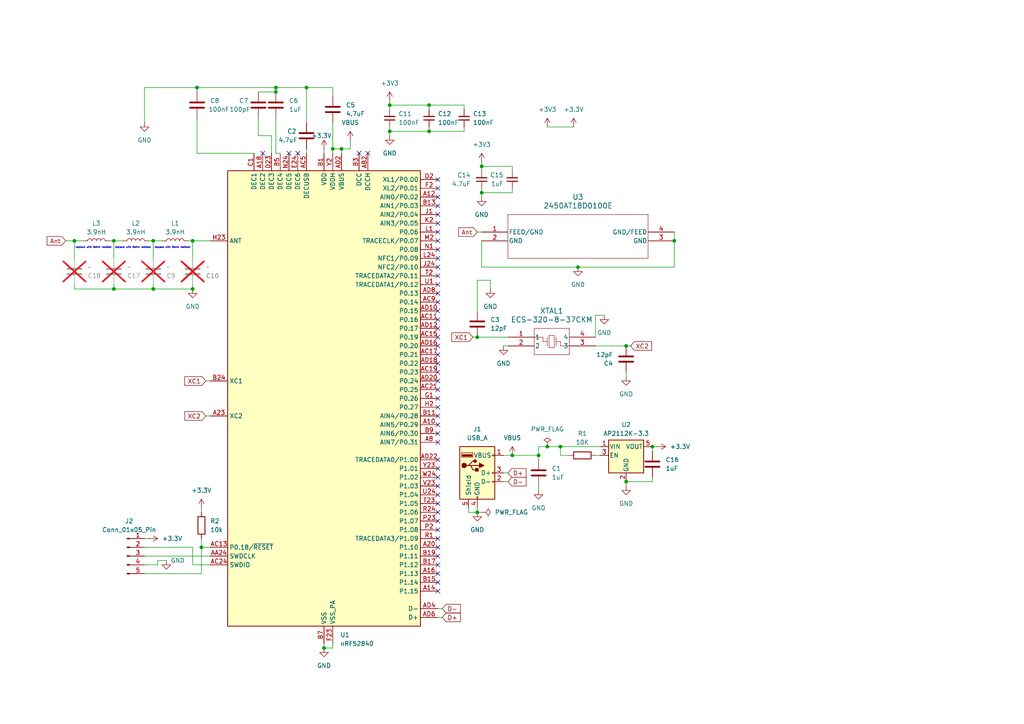
<source format=kicad_sch>
(kicad_sch (version 20250114) (generator "eeschema") (generator_version "9.0")
  (paper "A4")
  (lib_symbols
    (symbol "+3V3_2" (power) (pin_numbers (hide yes)) (pin_names (offset 0) (hide yes))
      (property "Value" "+3V3" (at 0 3.556 0))
      (symbol "+3V3_2_0_1"
        (polyline (pts (xy -0.762 1.27) (xy 0 2.54)))
        (polyline (pts (xy 0 2.54) (xy 0.762 1.27)))
        (polyline (pts (xy 0 0) (xy 0 2.54)))
      )
      (symbol "+3V3_2_1_1"
        (pin power_in line (at 0 0 90) (length 0) (name "~") (number "1"))
      )
    )
    (symbol "Antenna:2450AT18D0100E" (pin_names (offset 0.254))
      (property "Reference" "U3" (at 27.94 10.16 0))
      (property "Value" "2450AT18D0100E" (at 27.94 7.62 0))
      (symbol "2450AT18D0100E_0_1"
        (polyline (pts (xy 7.62 5.08) (xy 7.62 -7.62)) (stroke (width 0.127)))
        (polyline (pts (xy 7.62 -7.62) (xy 48.26 -7.62)) (stroke (width 0.127)))
        (polyline (pts (xy 48.26 5.08) (xy 7.62 5.08)) (stroke (width 0.127)))
        (polyline (pts (xy 48.26 -7.62) (xy 48.26 5.08)) (stroke (width 0.127)))
        (pin unspecified line (at 0 0 0) (length 7.62) (name "FEED/GND") (number "1"))
        (pin power_in line (at 0 -2.54 0) (length 7.62) (name "GND") (number "2"))
        (pin unspecified line (at 55.88 0 180) (length 7.62) (name "GND/FEED") (number "4"))
      )
      (symbol "2450AT18D0100E_1_1"
        (pin power_in line (at 55.88 -2.54 180) (length 7.62) (name "GND") (number "3"))
      )
    )
    (symbol "Connector:Conn_01x05_Pin" (pin_names (offset 1.016) (hide yes))
      (property "Reference" "J" (at 0 7.62 0))
      (property "Value" "Conn_01x05_Pin" (at 0 -7.62 0))
      (symbol "Conn_01x05_Pin_1_1"
        (rectangle (start 0.8636 5.207) (end 0 4.953) (stroke (width 0.1524)) (fill (type outline)))
        (rectangle (start 0.8636 2.667) (end 0 2.413) (stroke (width 0.1524)) (fill (type outline)))
        (rectangle (start 0.8636 0.127) (end 0 -0.127) (stroke (width 0.1524)) (fill (type outline)))
        (rectangle (start 0.8636 -2.413) (end 0 -2.667) (stroke (width 0.1524)) (fill (type outline)))
        (rectangle (start 0.8636 -4.953) (end 0 -5.207) (stroke (width 0.1524)) (fill (type outline)))
        (polyline (pts (xy 1.27 5.08) (xy 0.8636 5.08)) (stroke (width 0.1524)))
        (polyline (pts (xy 1.27 2.54) (xy 0.8636 2.54)) (stroke (width 0.1524)))
        (polyline (pts (xy 1.27 0) (xy 0.8636 0)) (stroke (width 0.1524)))
        (polyline (pts (xy 1.27 -2.54) (xy 0.8636 -2.54)) (stroke (width 0.1524)))
        (polyline (pts (xy 1.27 -5.08) (xy 0.8636 -5.08)) (stroke (width 0.1524)))
        (pin passive line (at 5.08 5.08 180) (length 3.81) (name "Pin_1") (number "1"))
        (pin passive line (at 5.08 2.54 180) (length 3.81) (name "Pin_2") (number "2"))
        (pin passive line (at 5.08 0 180) (length 3.81) (name "Pin_3") (number "3"))
        (pin passive line (at 5.08 -2.54 180) (length 3.81) (name "Pin_4") (number "4"))
        (pin passive line (at 5.08 -5.08 180) (length 3.81) (name "Pin_5") (number "5"))
      )
    )
    (symbol "Connector:USB_A" (pin_names (offset 1.016))
      (property "Reference" "J" (at -5.08 11.43 0))
      (property "Value" "USB_A" (at -5.08 8.89 0))
      (symbol "USB_A_0_1"
        (rectangle (start -5.08 -7.62) (end 5.08 7.62) (stroke (width 0.254)) (fill (type background)))
        (circle (center -3.81 2.159) (radius 0.635) (stroke (width 0.254)) (fill (type outline)))
        (polyline (pts (xy -3.175 2.159) (xy -2.54 2.159) (xy -1.27 3.429) (xy -0.635 3.429)) (stroke (width 0.254)))
        (polyline (pts (xy -2.54 2.159) (xy -1.905 2.159) (xy -1.27 0.889) (xy 0 0.889)) (stroke (width 0.254)))
        (rectangle (start -1.524 4.826) (end -4.318 5.334) (fill (type outline)))
        (rectangle (start -1.27 4.572) (end -4.572 5.842))
        (circle (center -0.635 3.429) (radius 0.381) (stroke (width 0.254)) (fill (type outline)))
        (rectangle (start -0.127 -7.62) (end 0.127 -6.858))
        (rectangle (start 0.254 1.27) (end -0.508 0.508) (stroke (width 0.254)) (fill (type outline)))
        (polyline (pts (xy 0.635 2.794) (xy 0.635 1.524) (xy 1.905 2.159) (xy 0.635 2.794)) (stroke (width 0.254)) (fill (type outline)))
        (rectangle (start 5.08 4.953) (end 4.318 5.207))
        (rectangle (start 5.08 -0.127) (end 4.318 0.127))
        (rectangle (start 5.08 -2.667) (end 4.318 -2.413))
      )
      (symbol "USB_A_1_1"
        (polyline (pts (xy -1.905 2.159) (xy 0.635 2.159)) (stroke (width 0.254)))
        (pin passive line (at -2.54 -10.16 90) (length 2.54) (name "Shield") (number "5"))
        (pin power_in line (at 0 -10.16 90) (length 2.54) (name "GND") (number "4"))
        (pin power_in line (at 7.62 5.08 180) (length 2.54) (name "VBUS") (number "1"))
        (pin bidirectional line (at 7.62 0 180) (length 2.54) (name "D+") (number "3"))
        (pin bidirectional line (at 7.62 -2.54 180) (length 2.54) (name "D-") (number "2"))
      )
    )
    (symbol "Crystal:NX2016AB-32MHZ_ST2" (pin_names (offset 0.254))
      (property "Reference" "XTAL" (at 12.7 7.62 0))
      (property "Value" "NX2016AB-32MHZ ST2" (at 12.7 5.08 0))
      (symbol "NX2016AB-32MHZ_ST2_0_1"
        (polyline (pts (xy 7.62 2.54) (xy 7.62 -5.08)) (stroke (width 0.127)))
        (polyline (pts (xy 7.62 -5.08) (xy 17.78 -5.08)) (stroke (width 0.127)))
        (polyline (pts (xy 10.16 0) (xy 7.62 0)) (stroke (width 0.127)))
        (polyline (pts (xy 10.16 -1.27) (xy 10.16 0)) (stroke (width 0.127)))
        (polyline (pts (xy 11.43 0) (xy 11.43 -2.54)) (stroke (width 0.127)))
        (polyline (pts (xy 11.43 -1.27) (xy 10.16 -1.27)) (stroke (width 0.127)))
        (polyline (pts (xy 11.938 0.508) (xy 11.938 -3.048)) (stroke (width 0.127)))
        (polyline (pts (xy 11.938 -3.048) (xy 13.462 -3.048)) (stroke (width 0.127)))
        (polyline (pts (xy 13.462 0.508) (xy 11.938 0.508)) (stroke (width 0.127)))
        (polyline (pts (xy 13.462 -3.048) (xy 13.462 0.508)) (stroke (width 0.127)))
        (polyline (pts (xy 13.97 0) (xy 13.97 -2.54)) (stroke (width 0.127)))
        (polyline (pts (xy 13.97 -1.27) (xy 15.24 -1.27)) (stroke (width 0.127)))
        (polyline (pts (xy 15.24 -1.27) (xy 15.24 -2.54)) (stroke (width 0.127)))
        (polyline (pts (xy 15.24 -2.54) (xy 17.78 -2.54)) (stroke (width 0.127)))
        (polyline (pts (xy 17.78 2.54) (xy 7.62 2.54)) (stroke (width 0.127)))
        (polyline (pts (xy 17.78 -5.08) (xy 17.78 2.54)) (stroke (width 0.127)))
        (pin unspecified line (at 0 0 0) (length 7.62) (name "1") (number "1"))
        (pin unspecified line (at 0 -2.54 0) (length 7.62) (name "2") (number "2"))
        (pin unspecified line (at 25.4 0 180) (length 7.62) (name "4") (number "4"))
        (pin unspecified line (at 25.4 -2.54 180) (length 7.62) (name "3") (number "3"))
      )
    )
    (symbol "Device:C" (pin_numbers (hide yes)) (pin_names (offset 0.254))
      (property "Reference" "C" (at 0.635 2.54 0))
      (property "Value" "C" (at 0.635 -2.54 0))
      (symbol "C_0_1"
        (polyline (pts (xy -2.032 0.762) (xy 2.032 0.762)) (stroke (width 0.508)))
        (polyline (pts (xy -2.032 -0.762) (xy 2.032 -0.762)) (stroke (width 0.508)))
      )
      (symbol "C_1_1"
        (pin passive line (at 0 3.81 270) (length 2.794) (name "~") (number "1"))
        (pin passive line (at 0 -3.81 90) (length 2.794) (name "~") (number "2"))
      )
    )
    (symbol "Device:C_Small" (pin_numbers (hide yes)) (pin_names (offset 0.254) (hide yes))
      (property "Reference" "C" (at 0.254 1.778 0))
      (property "Value" "C_Small" (at 0.254 -2.032 0))
      (symbol "C_Small_0_1"
        (polyline (pts (xy -1.524 0.508) (xy 1.524 0.508)) (stroke (width 0.3048)))
        (polyline (pts (xy -1.524 -0.508) (xy 1.524 -0.508)) (stroke (width 0.3302)))
      )
      (symbol "C_Small_1_1"
        (pin passive line (at 0 2.54 270) (length 2.032) (name "~") (number "1"))
        (pin passive line (at 0 -2.54 90) (length 2.032) (name "~") (number "2"))
      )
    )
    (symbol "Device:L" (pin_numbers (hide yes)) (pin_names (offset 1.016) (hide yes))
      (property "Reference" "L" (at -1.27 0 90))
      (property "Value" "L" (at 1.905 0 90))
      (symbol "L_0_1"
        (arc (start 0 2.54) (mid 0.6323 1.905) (end 0 1.27))
        (arc (start 0 1.27) (mid 0.6323 0.635) (end 0 0))
        (arc (start 0 0) (mid 0.6323 -0.635) (end 0 -1.27))
        (arc (start 0 -1.27) (mid 0.6323 -1.905) (end 0 -2.54))
      )
      (symbol "L_1_1"
        (pin passive line (at 0 3.81 270) (length 1.27) (name "1") (number "1"))
        (pin passive line (at 0 -3.81 90) (length 1.27) (name "2") (number "2"))
      )
    )
    (symbol "Device:R" (pin_numbers (hide yes)) (pin_names (offset 0))
      (property "Reference" "R" (at 2.032 0 90))
      (property "Value" "R" (at 0 0 90))
      (symbol "R_0_1"
        (rectangle (start -1.016 -2.54) (end 1.016 2.54) (stroke (width 0.254)))
      )
      (symbol "R_1_1"
        (pin passive line (at 0 3.81 270) (length 1.27) (name "~") (number "1"))
        (pin passive line (at 0 -3.81 90) (length 1.27) (name "~") (number "2"))
      )
    )
    (symbol "GND_3" (power) (pin_numbers (hide yes)) (pin_names (offset 0) (hide yes))
      (property "Value" "GND" (at 0 -5.08 0))
      (symbol "GND_3_0_1"
        (polyline (pts (xy 0 0) (xy 0 -1.27) (xy 1.27 -1.27) (xy 0 -2.54) (xy -1.27 -1.27) (xy 0 -1.27)))
      )
      (symbol "GND_3_1_1"
        (pin power_out line (at 0 0 270) (length 0) (name "~") (number "1"))
      )
    )
    (symbol "MCU_Nordic:nRF52840"
      (property "Reference" "U" (at 0 5.08 0))
      (property "Value" "nRF52840" (at 0 2.54 0))
      (symbol "nRF52840_0_1"
        (rectangle (start -27.94 66.04) (end 27.94 -66.04) (stroke (width 0.254)) (fill (type background)))
      )
      (symbol "nRF52840_1_1"
        (pin passive line (at -33.02 45.72 0) (length 5.08) (name "ANT") (number "H23"))
        (pin input line (at -33.02 5.08 0) (length 5.08) (name "XC1") (number "B24"))
        (pin input line (at -33.02 -5.08 0) (length 5.08) (name "XC2") (number "A23"))
        (pin bidirectional line (at -33.02 -43.18 0) (length 5.08) (name "P0.18/~{RESET}") (number "AC13"))
        (pin input line (at -33.02 -45.72 0) (length 5.08) (name "SWDCLK") (number "AA24"))
        (pin bidirectional line (at -33.02 -48.26 0) (length 5.08) (name "SWDIO") (number "AC24"))
        (pin passive line (at -20.32 71.12 270) (length 5.08) (name "DEC1") (number "C1"))
        (pin passive line (at -17.78 71.12 270) (length 5.08) (name "DEC2") (number "A18"))
        (pin passive line (at -15.24 71.12 270) (length 5.08) (name "DEC3") (number "D23"))
        (pin passive line (at -12.7 71.12 270) (length 5.08) (name "DEC4") (number "B5"))
        (pin passive line (at -10.16 71.12 270) (length 5.08) (name "DEC5") (number "N24"))
        (pin passive line (at -7.62 71.12 270) (length 5.08) (name "DEC6") (number "E24"))
        (pin passive line (at -5.08 71.12 270) (length 5.08) (name "DECUSB") (number "AC5"))
        (pin passive line (at 0 71.12 270) (length 5.08) (hide yes) (name "VDD") (number "A22"))
        (pin passive line (at 0 71.12 270) (length 5.08) (hide yes) (name "VDD") (number "AD14"))
        (pin passive line (at 0 71.12 270) (length 5.08) (hide yes) (name "VDD") (number "AD23"))
        (pin power_in line (at 0 71.12 270) (length 5.08) (name "VDD") (number "B1"))
        (pin passive line (at 0 71.12 270) (length 5.08) (hide yes) (name "VDD") (number "W1"))
        (pin power_in line (at 0 -71.12 90) (length 5.08) (name "VSS") (number "B7"))
        (pin passive line (at 0 -71.12 90) (length 5.08) (hide yes) (name "VSS") (number "EP"))
        (pin power_in line (at 2.54 71.12 270) (length 5.08) (name "VDDH") (number "Y2"))
        (pin power_in line (at 2.54 -71.12 90) (length 5.08) (name "VSS_PA") (number "F23"))
        (pin power_in line (at 5.08 71.12 270) (length 5.08) (name "VBUS") (number "AD2"))
        (pin power_out line (at 10.16 71.12 270) (length 5.08) (name "DCC") (number "B3"))
        (pin power_out line (at 12.7 71.12 270) (length 5.08) (name "DCCH") (number "AB2"))
        (pin bidirectional line (at 33.02 63.5 180) (length 5.08) (name "XL1/P0.00") (number "D2"))
        (pin bidirectional line (at 33.02 60.96 180) (length 5.08) (name "XL2/P0.01") (number "F2"))
        (pin bidirectional line (at 33.02 58.42 180) (length 5.08) (name "AIN0/P0.02") (number "A12"))
        (pin bidirectional line (at 33.02 55.88 180) (length 5.08) (name "AIN1/P0.03") (number "B13"))
        (pin bidirectional line (at 33.02 53.34 180) (length 5.08) (name "AIN2/P0.04") (number "J1"))
        (pin bidirectional line (at 33.02 50.8 180) (length 5.08) (name "AIN3/P0.05") (number "K2"))
        (pin bidirectional line (at 33.02 48.26 180) (length 5.08) (name "P0.06") (number "L1"))
        (pin bidirectional line (at 33.02 45.72 180) (length 5.08) (name "TRACECLK/P0.07") (number "M2"))
        (pin bidirectional line (at 33.02 43.18 180) (length 5.08) (name "P0.08") (number "N1"))
        (pin bidirectional line (at 33.02 40.64 180) (length 5.08) (name "NFC1/P0.09") (number "L24"))
        (pin bidirectional line (at 33.02 38.1 180) (length 5.08) (name "NFC2/P0.10") (number "J24"))
        (pin bidirectional line (at 33.02 35.56 180) (length 5.08) (name "TRACEDATA2/P0.11") (number "T2"))
        (pin bidirectional line (at 33.02 33.02 180) (length 5.08) (name "TRACEDATA1/P0.12") (number "U1"))
        (pin bidirectional line (at 33.02 30.48 180) (length 5.08) (name "P0.13") (number "AD8"))
        (pin bidirectional line (at 33.02 27.94 180) (length 5.08) (name "P0.14") (number "AC9"))
        (pin bidirectional line (at 33.02 25.4 180) (length 5.08) (name "P0.15") (number "AD10"))
        (pin bidirectional line (at 33.02 22.86 180) (length 5.08) (name "P0.16") (number "AC11"))
        (pin bidirectional line (at 33.02 20.32 180) (length 5.08) (name "P0.17") (number "AD12"))
        (pin bidirectional line (at 33.02 17.78 180) (length 5.08) (name "P0.19") (number "AC15"))
        (pin bidirectional line (at 33.02 15.24 180) (length 5.08) (name "P0.20") (number "AD16"))
        (pin bidirectional line (at 33.02 12.7 180) (length 5.08) (name "P0.21") (number "AC17"))
        (pin bidirectional line (at 33.02 10.16 180) (length 5.08) (name "P0.22") (number "AD18"))
        (pin bidirectional line (at 33.02 7.62 180) (length 5.08) (name "P0.23") (number "AC19"))
        (pin bidirectional line (at 33.02 5.08 180) (length 5.08) (name "P0.24") (number "AD20"))
        (pin bidirectional line (at 33.02 2.54 180) (length 5.08) (name "P0.25") (number "AC21"))
        (pin bidirectional line (at 33.02 0 180) (length 5.08) (name "P0.26") (number "G1"))
        (pin bidirectional line (at 33.02 -2.54 180) (length 5.08) (name "P0.27") (number "H2"))
        (pin bidirectional line (at 33.02 -5.08 180) (length 5.08) (name "AIN4/P0.28") (number "B11"))
        (pin bidirectional line (at 33.02 -7.62 180) (length 5.08) (name "AIN5/P0.29") (number "A10"))
        (pin bidirectional line (at 33.02 -10.16 180) (length 5.08) (name "AIN6/P0.30") (number "B9"))
        (pin bidirectional line (at 33.02 -12.7 180) (length 5.08) (name "AIN7/P0.31") (number "A8"))
        (pin bidirectional line (at 33.02 -17.78 180) (length 5.08) (name "TRACEDATA0/P1.00") (number "AD22"))
        (pin bidirectional line (at 33.02 -20.32 180) (length 5.08) (name "P1.01") (number "Y23"))
        (pin bidirectional line (at 33.02 -22.86 180) (length 5.08) (name "P1.02") (number "W24"))
        (pin bidirectional line (at 33.02 -25.4 180) (length 5.08) (name "P1.03") (number "V23"))
        (pin bidirectional line (at 33.02 -27.94 180) (length 5.08) (name "P1.04") (number "U24"))
        (pin bidirectional line (at 33.02 -30.48 180) (length 5.08) (name "P1.05") (number "T23"))
        (pin bidirectional line (at 33.02 -33.02 180) (length 5.08) (name "P1.06") (number "R24"))
        (pin bidirectional line (at 33.02 -35.56 180) (length 5.08) (name "P1.07") (number "P23"))
        (pin bidirectional line (at 33.02 -38.1 180) (length 5.08) (name "P1.08") (number "P2"))
        (pin bidirectional line (at 33.02 -40.64 180) (length 5.08) (name "TRACEDATA3/P1.09") (number "R1"))
        (pin bidirectional line (at 33.02 -43.18 180) (length 5.08) (name "P1.10") (number "A20"))
        (pin bidirectional line (at 33.02 -45.72 180) (length 5.08) (name "P1.11") (number "B19"))
        (pin bidirectional line (at 33.02 -48.26 180) (length 5.08) (name "P1.12") (number "B17"))
        (pin bidirectional line (at 33.02 -50.8 180) (length 5.08) (name "P1.13") (number "A16"))
        (pin bidirectional line (at 33.02 -53.34 180) (length 5.08) (name "P1.14") (number "B15"))
        (pin bidirectional line (at 33.02 -55.88 180) (length 5.08) (name "P1.15") (number "A14"))
        (pin bidirectional line (at 33.02 -60.96 180) (length 5.08) (name "D-") (number "AD4"))
        (pin bidirectional line (at 33.02 -63.5 180) (length 5.08) (name "D+") (number "AD6"))
      )
    )
    (symbol "Regulator_Linear:AP2112K-3.3" (pin_names (offset 0.254))
      (property "Reference" "U" (at -5.08 5.715 0))
      (property "Value" "AP2112K-3.3" (at 0 5.715 0))
      (symbol "AP2112K-3.3_0_1"
        (rectangle (start -5.08 4.445) (end 5.08 -5.08) (stroke (width 0.254)) (fill (type background)))
      )
      (symbol "AP2112K-3.3_1_1"
        (pin power_in line (at -7.62 2.54 0) (length 2.54) (name "VIN") (number "1"))
        (pin input line (at -7.62 0 0) (length 2.54) (name "EN") (number "3"))
        (pin power_in line (at 0 -7.62 90) (length 2.54) (name "GND") (number "2"))
        (pin no_connect line (at 5.08 0 180) (length 2.54) (hide yes) (name "NC") (number "4"))
        (pin power_out line (at 7.62 2.54 180) (length 2.54) (name "VOUT") (number "5"))
      )
    )
    (symbol "power:+3.3V" (power) (pin_numbers (hide yes)) (pin_names (offset 0) (hide yes))
      (property "Value" "+3.3V" (at 0 3.556 0))
      (symbol "+3.3V_0_1"
        (polyline (pts (xy -0.762 1.27) (xy 0 2.54)))
        (polyline (pts (xy 0 2.54) (xy 0.762 1.27)))
        (polyline (pts (xy 0 0) (xy 0 2.54)))
      )
      (symbol "+3.3V_1_1"
        (pin power_in line (at 0 0 90) (length 0) (name "~") (number "1"))
      )
    )
    (symbol "power:+3V3" (power) (pin_numbers (hide yes)) (pin_names (offset 0) (hide yes))
      (property "Value" "+3V3" (at 0 3.556 0))
      (symbol "+3V3_0_1"
        (polyline (pts (xy -0.762 1.27) (xy 0 2.54)))
        (polyline (pts (xy 0 2.54) (xy 0.762 1.27)))
        (polyline (pts (xy 0 0) (xy 0 2.54)))
      )
      (symbol "+3V3_1_1"
        (pin power_in line (at 0 0 90) (length 0) (name "~") (number "1"))
      )
    )
    (symbol "power:GND" (power) (pin_numbers (hide yes)) (pin_names (offset 0) (hide yes))
      (property "Value" "GND" (at 0 -3.81 0))
      (symbol "GND_0_1"
        (polyline (pts (xy 0 0) (xy 0 -1.27) (xy 1.27 -1.27) (xy 0 -2.54) (xy -1.27 -1.27) (xy 0 -1.27)))
      )
      (symbol "GND_1_1"
        (pin power_in line (at 0 0 270) (length 0) (name "~") (number "1"))
      )
    )
    (symbol "power:PWR_FLAG" (power) (pin_numbers (hide yes)) (pin_names (offset 0) (hide yes))
      (property "Value" "PWR_FLAG" (at 0 3.81 0))
      (symbol "PWR_FLAG_0_0"
        (pin power_out line (at 0 0 90) (length 0) (name "~") (number "1"))
      )
      (symbol "PWR_FLAG_0_1"
        (polyline (pts (xy 0 0) (xy 0 1.27) (xy -1.016 1.905) (xy 0 2.54) (xy 1.016 1.905) (xy 0 1.27)))
      )
    )
    (symbol "power:VBUS" (power) (pin_numbers (hide yes)) (pin_names (offset 0) (hide yes))
      (property "Value" "VBUS" (at 0 3.556 0))
      (symbol "VBUS_0_1"
        (polyline (pts (xy -0.762 1.27) (xy 0 2.54)))
        (polyline (pts (xy 0 2.54) (xy 0.762 1.27)))
        (polyline (pts (xy 0 0) (xy 0 2.54)))
      )
      (symbol "VBUS_1_1"
        (pin power_in line (at 0 0 90) (length 0) (name "~") (number "1"))
      )
    )
  )
  (text "replace with 0ohm resistor" (at 21.844 71.882 0) (effects (font (size 0.508 0.508)) (justify left)))
  (text "replace with 0ohm resistor" (at 44.704 71.882 0) (effects (font (size 0.508 0.508)) (justify left)))
  (text "replace with 0ohm resistor" (at 33.274 71.882 0) (effects (font (size 0.508 0.508)) (justify left)))
  (junction (at 33.02 83.82))
  (junction (at 139.7 55.88))
  (junction (at 80.01 25.4))
  (junction (at 124.46 30.48))
  (junction (at 88.9 25.4))
  (junction (at 124.46 38.1))
  (junction (at 44.45 83.82))
  (junction (at 58.42 158.75))
  (junction (at 93.98 187.96))
  (junction (at 138.43 148.59))
  (junction (at 158.75 129.54))
  (junction (at 21.59 69.85))
  (junction (at 55.88 83.82))
  (junction (at 33.02 69.85))
  (junction (at 96.52 43.18))
  (junction (at 80.01 26.67))
  (junction (at 189.23 129.54))
  (junction (at 167.64 77.47))
  (junction (at 57.15 25.4))
  (junction (at 181.61 100.33))
  (junction (at 99.06 43.18))
  (junction (at 139.7 48.26))
  (junction (at 113.03 30.48))
  (junction (at 156.21 132.08))
  (junction (at 162.56 129.54))
  (junction (at 148.59 132.08))
  (junction (at 113.03 38.1))
  (junction (at 181.61 139.7))
  (junction (at 44.45 69.85))
  (junction (at 55.88 69.85))
  (junction (at 195.58 69.85))
  (junction (at 138.43 97.79))
  (no_connect (at 127 161.29))
  (no_connect (at 127 62.23))
  (no_connect (at 127 80.01))
  (no_connect (at 127 138.43))
  (no_connect (at 127 125.73))
  (no_connect (at 127 90.17))
  (no_connect (at 127 146.05))
  (no_connect (at 127 166.37))
  (no_connect (at 127 171.45))
  (no_connect (at 127 133.35))
  (no_connect (at 106.68 44.45))
  (no_connect (at 127 85.09))
  (no_connect (at 127 135.89))
  (no_connect (at 104.14 44.45))
  (no_connect (at 127 67.31))
  (no_connect (at 127 72.39))
  (no_connect (at 127 92.71))
  (no_connect (at 127 120.65))
  (no_connect (at 127 64.77))
  (no_connect (at 127 82.55))
  (no_connect (at 127 163.83))
  (no_connect (at 127 143.51))
  (no_connect (at 127 105.41))
  (no_connect (at 127 52.07))
  (no_connect (at 127 110.49))
  (no_connect (at 127 118.11))
  (no_connect (at 127 113.03))
  (no_connect (at 127 77.47))
  (no_connect (at 127 168.91))
  (no_connect (at 127 128.27))
  (no_connect (at 127 95.25))
  (no_connect (at 127 156.21))
  (no_connect (at 76.2 44.45))
  (no_connect (at 127 115.57))
  (no_connect (at 127 102.87))
  (no_connect (at 127 97.79))
  (no_connect (at 127 153.67))
  (no_connect (at 127 148.59))
  (no_connect (at 127 123.19))
  (no_connect (at 127 158.75))
  (no_connect (at 127 57.15))
  (no_connect (at 127 140.97))
  (no_connect (at 127 87.63))
  (no_connect (at 127 107.95))
  (no_connect (at 83.82 44.45))
  (no_connect (at 86.36 44.45))
  (no_connect (at 127 69.85))
  (no_connect (at 127 74.93))
  (no_connect (at 127 100.33))
  (no_connect (at 127 151.13))
  (no_connect (at 127 59.69))
  (no_connect (at 127 54.61))
  (wire (pts (xy 165.1 132.08) (xy 162.56 132.08)))
  (wire (pts (xy 195.58 69.85) (xy 195.58 77.47)))
  (wire (pts (xy 139.7 48.26) (xy 139.7 49.53)))
  (wire (pts (xy 148.59 54.61) (xy 148.59 55.88)))
  (wire (pts (xy 181.61 100.33) (xy 182.88 100.33)))
  (wire (pts (xy 33.02 83.82) (xy 44.45 83.82)))
  (wire (pts (xy 138.43 147.32) (xy 138.43 148.59)))
  (wire (pts (xy 146.05 139.7) (xy 147.32 139.7)))
  (wire (pts (xy 172.72 132.08) (xy 173.99 132.08)))
  (wire (pts (xy 134.62 38.1) (xy 134.62 36.83)))
  (wire (pts (xy 137.16 97.79) (xy 138.43 97.79)))
  (wire (pts (xy 190.5 129.54) (xy 189.23 129.54)))
  (wire (pts (xy 134.62 30.48) (xy 134.62 31.75)))
  (wire (pts (xy 78.74 44.45) (xy 78.74 39.37)))
  (wire (pts (xy 55.88 158.75) (xy 55.88 163.83)))
  (wire (pts (xy 57.15 34.29) (xy 57.15 44.45)))
  (wire (pts (xy 138.43 97.79) (xy 147.32 97.79)))
  (wire (pts (xy 124.46 30.48) (xy 134.62 30.48)))
  (wire (pts (xy 96.52 43.18) (xy 99.06 43.18)))
  (wire (pts (xy 139.7 55.88) (xy 148.59 55.88)))
  (wire (pts (xy 41.91 156.21) (xy 43.18 156.21)))
  (wire (pts (xy 41.91 25.4) (xy 41.91 35.56)))
  (wire (pts (xy 80.01 34.29) (xy 80.01 44.45)))
  (wire (pts (xy 101.6 43.18) (xy 99.06 43.18)))
  (wire (pts (xy 139.7 77.47) (xy 167.64 77.47)))
  (wire (pts (xy 31.75 69.85) (xy 33.02 69.85)))
  (wire (pts (xy 88.9 25.4) (xy 88.9 35.56)))
  (wire (pts (xy 80.01 25.4) (xy 80.01 26.67)))
  (wire (pts (xy 81.28 44.45) (xy 80.01 44.45)))
  (wire (pts (xy 54.61 69.85) (xy 55.88 69.85)))
  (wire (pts (xy 45.72 162.56) (xy 45.72 163.83)))
  (wire (pts (xy 138.43 67.31) (xy 139.7 67.31)))
  (wire (pts (xy 127 179.07) (xy 128.27 179.07)))
  (wire (pts (xy 156.21 129.54) (xy 158.75 129.54)))
  (wire (pts (xy 55.88 163.83) (xy 60.96 163.83)))
  (wire (pts (xy 45.72 162.56) (xy 48.26 162.56)))
  (wire (pts (xy 189.23 139.7) (xy 181.61 139.7)))
  (wire (pts (xy 124.46 30.48) (xy 124.46 31.75)))
  (wire (pts (xy 80.01 25.4) (xy 57.15 25.4)))
  (wire (pts (xy 113.03 38.1) (xy 124.46 38.1)))
  (wire (pts (xy 57.15 25.4) (xy 41.91 25.4)))
  (wire (pts (xy 96.52 187.96) (xy 96.52 186.69)))
  (wire (pts (xy 44.45 69.85) (xy 44.45 74.93)))
  (wire (pts (xy 96.52 25.4) (xy 88.9 25.4)))
  (wire (pts (xy 58.42 156.21) (xy 58.42 158.75)))
  (wire (pts (xy 127 176.53) (xy 128.27 176.53)))
  (wire (pts (xy 101.6 40.64) (xy 101.6 43.18)))
  (wire (pts (xy 44.45 83.82) (xy 44.45 82.55)))
  (wire (pts (xy 58.42 158.75) (xy 58.42 166.37)))
  (wire (pts (xy 113.03 38.1) (xy 113.03 39.37)))
  (wire (pts (xy 33.02 69.85) (xy 35.56 69.85)))
  (wire (pts (xy 167.64 77.47) (xy 195.58 77.47)))
  (wire (pts (xy 78.74 39.37) (xy 74.93 39.37)))
  (wire (pts (xy 138.43 81.28) (xy 138.43 90.17)))
  (wire (pts (xy 189.23 129.54) (xy 189.23 130.81)))
  (wire (pts (xy 148.59 132.08) (xy 156.21 132.08)))
  (wire (pts (xy 139.7 55.88) (xy 139.7 57.15)))
  (wire (pts (xy 195.58 67.31) (xy 195.58 69.85)))
  (wire (pts (xy 57.15 25.4) (xy 57.15 26.67)))
  (wire (pts (xy 59.69 120.65) (xy 60.96 120.65)))
  (wire (pts (xy 93.98 43.18) (xy 93.98 44.45)))
  (wire (pts (xy 158.75 129.54) (xy 162.56 129.54)))
  (wire (pts (xy 148.59 48.26) (xy 148.59 49.53)))
  (wire (pts (xy 74.93 34.29) (xy 74.93 39.37)))
  (wire (pts (xy 158.75 36.83) (xy 166.37 36.83)))
  (wire (pts (xy 41.91 161.29) (xy 60.96 161.29)))
  (wire (pts (xy 19.05 69.85) (xy 21.59 69.85)))
  (wire (pts (xy 135.89 148.59) (xy 135.89 147.32)))
  (wire (pts (xy 59.69 110.49) (xy 60.96 110.49)))
  (wire (pts (xy 113.03 30.48) (xy 124.46 30.48)))
  (wire (pts (xy 21.59 69.85) (xy 21.59 74.93)))
  (wire (pts (xy 172.72 91.44) (xy 172.72 97.79)))
  (wire (pts (xy 113.03 38.1) (xy 113.03 36.83)))
  (wire (pts (xy 156.21 132.08) (xy 156.21 133.35)))
  (wire (pts (xy 96.52 35.56) (xy 96.52 43.18)))
  (wire (pts (xy 146.05 100.33) (xy 147.32 100.33)))
  (wire (pts (xy 139.7 48.26) (xy 148.59 48.26)))
  (wire (pts (xy 156.21 132.08) (xy 156.21 129.54)))
  (wire (pts (xy 142.24 83.82) (xy 142.24 81.28)))
  (wire (pts (xy 88.9 43.18) (xy 88.9 44.45)))
  (wire (pts (xy 99.06 43.18) (xy 99.06 44.45)))
  (wire (pts (xy 181.61 109.22) (xy 181.61 107.95)))
  (wire (pts (xy 74.93 26.67) (xy 80.01 26.67)))
  (wire (pts (xy 113.03 29.21) (xy 113.03 30.48)))
  (wire (pts (xy 139.7 69.85) (xy 139.7 77.47)))
  (wire (pts (xy 44.45 83.82) (xy 55.88 83.82)))
  (wire (pts (xy 43.18 69.85) (xy 44.45 69.85)))
  (wire (pts (xy 139.7 54.61) (xy 139.7 55.88)))
  (wire (pts (xy 96.52 25.4) (xy 96.52 27.94)))
  (wire (pts (xy 60.96 158.75) (xy 58.42 158.75)))
  (wire (pts (xy 33.02 69.85) (xy 33.02 74.93)))
  (wire (pts (xy 181.61 139.7) (xy 181.61 140.97)))
  (wire (pts (xy 138.43 148.59) (xy 135.89 148.59)))
  (wire (pts (xy 189.23 138.43) (xy 189.23 139.7)))
  (wire (pts (xy 58.42 166.37) (xy 41.91 166.37)))
  (wire (pts (xy 124.46 38.1) (xy 134.62 38.1)))
  (wire (pts (xy 55.88 69.85) (xy 55.88 74.93)))
  (wire (pts (xy 146.05 137.16) (xy 147.32 137.16)))
  (wire (pts (xy 58.42 147.32) (xy 58.42 148.59)))
  (wire (pts (xy 55.88 83.82) (xy 55.88 82.55)))
  (wire (pts (xy 96.52 43.18) (xy 96.52 44.45)))
  (wire (pts (xy 146.05 132.08) (xy 148.59 132.08)))
  (wire (pts (xy 88.9 25.4) (xy 80.01 25.4)))
  (wire (pts (xy 21.59 83.82) (xy 33.02 83.82)))
  (wire (pts (xy 113.03 31.75) (xy 113.03 30.48)))
  (wire (pts (xy 175.26 91.44) (xy 172.72 91.44)))
  (wire (pts (xy 33.02 83.82) (xy 33.02 82.55)))
  (wire (pts (xy 139.7 46.99) (xy 139.7 48.26)))
  (wire (pts (xy 73.66 44.45) (xy 57.15 44.45)))
  (wire (pts (xy 124.46 38.1) (xy 124.46 36.83)))
  (wire (pts (xy 55.88 69.85) (xy 60.96 69.85)))
  (wire (pts (xy 162.56 132.08) (xy 162.56 129.54)))
  (wire (pts (xy 142.24 81.28) (xy 138.43 81.28)))
  (wire (pts (xy 93.98 187.96) (xy 96.52 187.96)))
  (wire (pts (xy 45.72 163.83) (xy 41.91 163.83)))
  (wire (pts (xy 181.61 100.33) (xy 172.72 100.33)))
  (wire (pts (xy 138.43 148.59) (xy 139.7 148.59)))
  (wire (pts (xy 93.98 186.69) (xy 93.98 187.96)))
  (wire (pts (xy 21.59 69.85) (xy 24.13 69.85)))
  (wire (pts (xy 41.91 158.75) (xy 55.88 158.75)))
  (wire (pts (xy 44.45 69.85) (xy 46.99 69.85)))
  (wire (pts (xy 162.56 129.54) (xy 173.99 129.54)))
  (wire (pts (xy 156.21 140.97) (xy 156.21 142.24)))
  (wire (pts (xy 21.59 83.82) (xy 21.59 82.55)))
  (global_label "Ant" (shape input) (at 19.05 69.85 180) (property "Intersheetrefs" "${INTERSHEET_REFS}" (effects (hide yes))))
  (global_label "XC1" (shape input) (at 137.16 97.79 180) (property "Intersheetrefs" "${INTERSHEET_REFS}" (effects (hide yes))))
  (global_label "XC2" (shape input) (at 59.69 120.65 180) (property "Intersheetrefs" "${INTERSHEET_REFS}" (effects (hide yes))))
  (global_label "Ant" (shape input) (at 138.43 67.31 180) (property "Intersheetrefs" "${INTERSHEET_REFS}" (effects (hide yes))))
  (global_label "XC1" (shape input) (at 59.69 110.49 180) (property "Intersheetrefs" "${INTERSHEET_REFS}" (effects (hide yes))))
  (global_label "XC2" (shape input) (at 182.88 100.33 0) (property "Intersheetrefs" "${INTERSHEET_REFS}" (effects (hide yes))))
  (global_label "D+" (shape input) (at 147.32 137.16 0) (property "Intersheetrefs" "${INTERSHEET_REFS}" (effects (hide yes))))
  (global_label "D-" (shape input) (at 147.32 139.7 0) (property "Intersheetrefs" "${INTERSHEET_REFS}" (effects (hide yes))))
  (global_label "D+" (shape input) (at 128.27 179.07 0) (property "Intersheetrefs" "${INTERSHEET_REFS}" (effects (hide yes))))
  (global_label "D-" (shape input) (at 128.27 176.53 0) (property "Intersheetrefs" "${INTERSHEET_REFS}" (effects (hide yes))))
  (symbol (lib_id "Device:C") (at 138.43 93.98 0) (unit 1)
    (property "Reference" "C3" (at 142.24 92.7099 0) (effects (justify left)))
    (property "Value" "12pF" (at 142.24 95.2499 0) (effects (justify left)))
    (property "Footprint" "Capacitor_SMD:C_0402_1005Metric" (effects (hide yes)))
    (property "Description" "Unpolarized capacitor" (effects (hide yes)))
  )
  (symbol (lib_id "Device:C") (at 44.45 78.74 0) (mirror x) (unit 1) (dnp yes)
    (property "Reference" "C9" (at 48.26 80.0101 0) (effects (justify left)))
    (property "Value" "~" (at 48.26 77.4701 0) (effects (justify left)))
    (property "Footprint" "Capacitor_SMD:C_0402_1005Metric" (effects (hide yes)))
    (property "Description" "Unpolarized capacitor" (effects (hide yes)))
  )
  (symbol (lib_name "+3V3_2") (lib_id "power:+3V3") (at 113.03 29.21 0) (unit 1)
    (property "Reference" "#PWR010" (effects (hide yes)))
    (property "Value" "+3V3" (at 113.03 24.13 0))
    (property "Description" "Power symbol creates a global label with name \"+3V3\"" (effects (hide yes)))
  )
  (symbol (lib_id "Device:C_Small") (at 139.7 52.07 180) (unit 1)
    (property "Reference" "C14" (at 136.525 50.7935 0) (effects (justify left)))
    (property "Value" "4.7uF" (at 136.525 53.3335 0) (effects (justify left)))
    (property "Footprint" "Capacitor_SMD:C_0201_0603Metric" (effects (hide yes)))
    (property "LCSC Part" "C368809" (effects (hide yes)))
    (property "Manufacturer Part" "CL05A475KP5NRNC" (effects (hide yes)))
  )
  (symbol (lib_id "Device:L") (at 39.37 69.85 90) (unit 1)
    (property "Reference" "L2" (at 39.37 64.77 90))
    (property "Value" "3.9nH" (at 39.37 67.31 90))
    (property "Description" "Inductor" (effects (hide yes)))
  )
  (symbol (lib_id "Device:C") (at 33.02 78.74 0) (mirror x) (unit 1) (dnp yes)
    (property "Reference" "C17" (at 36.83 80.0101 0) (effects (justify left)))
    (property "Value" "~" (at 36.83 77.4701 0) (effects (justify left)))
    (property "Footprint" "Capacitor_SMD:C_0402_1005Metric" (effects (hide yes)))
    (property "Description" "Unpolarized capacitor" (effects (hide yes)))
  )
  (symbol (lib_id "Device:L") (at 50.8 69.85 90) (unit 1)
    (property "Reference" "L1" (at 50.8 64.77 90))
    (property "Value" "3.9nH" (at 50.8 67.31 90))
    (property "Description" "Inductor" (effects (hide yes)))
  )
  (symbol (lib_id "power:PWR_FLAG") (at 158.75 129.54 0) (unit 1)
    (property "Reference" "#FLG01" (effects (hide yes)))
    (property "Value" "PWR_FLAG" (at 158.75 124.46 0))
    (property "Description" "Special symbol for telling ERC where power comes from" (effects (hide yes)))
  )
  (symbol (lib_id "Device:C_Small") (at 124.46 34.29 180) (unit 1)
    (property "Reference" "C12" (at 127 33.0135 0) (effects (justify right)))
    (property "Value" "100nF" (at 127 35.5535 0) (effects (justify right)))
    (property "Footprint" "Capacitor_SMD:C_0402_1005Metric" (effects (hide yes)))
    (property "LCSC Part" "C307331" (effects (hide yes)))
    (property "Manufacturer Part" "CL05B104KA5NNNC" (effects (hide yes)))
  )
  (symbol (lib_id "power:GND") (at 181.61 109.22 0) (unit 1)
    (property "Reference" "#PWR0125" (effects (hide yes)))
    (property "Value" "GND" (at 181.61 114.3 0))
    (property "Description" "Power symbol creates a global label with name \"GND\" , ground" (effects (hide yes)))
  )
  (symbol (lib_id "power:GND") (at 113.03 39.37 0) (unit 1)
    (property "Reference" "#PWR01" (effects (hide yes)))
    (property "Value" "GND" (at 113.03 44.45 0))
    (property "Description" "Power symbol creates a global label with name \"GND\" , ground" (effects (hide yes)))
  )
  (symbol (lib_id "power:+3V3") (at 158.75 36.83 0) (unit 1)
    (property "Reference" "#PWR03" (effects (hide yes)))
    (property "Value" "+3V3" (at 158.75 31.75 0))
    (property "Description" "Power symbol creates a global label with name \"+3V3\"" (effects (hide yes)))
  )
  (symbol (lib_id "Device:C") (at 96.52 31.75 0) (unit 1)
    (property "Reference" "C5" (at 100.33 30.4799 0) (effects (justify left)))
    (property "Value" "4.7uF" (at 100.33 33.0199 0) (effects (justify left)))
    (property "Footprint" "Capacitor_SMD:C_0603_1608Metric" (effects (hide yes)))
    (property "Description" "Unpolarized capacitor" (effects (hide yes)))
  )
  (symbol (lib_id "Connector:USB_A") (at 138.43 137.16 0) (unit 1)
    (property "Reference" "J1" (at 138.43 124.46 0))
    (property "Value" "USB_A" (at 138.43 127 0))
    (property "Description" "USB Type A connector" (effects (hide yes)))
  )
  (symbol (lib_id "Device:C") (at 74.93 30.48 0) (unit 1)
    (property "Reference" "C7" (at 69.342 29.21 0) (effects (justify left)))
    (property "Value" "100pF" (at 66.548 31.75 0) (effects (justify left)))
    (property "Footprint" "Capacitor_SMD:C_0402_1005Metric" (effects (hide yes)))
    (property "Description" "Unpolarized capacitor" (effects (hide yes)))
  )
  (symbol (lib_id "power:+3.3V") (at 190.5 129.54 270) (unit 1)
    (property "Reference" "#PWR0127" (effects (hide yes)))
    (property "Value" "+3.3V" (at 194.31 129.5399 90) (effects (justify left)))
    (property "Description" "Power symbol creates a global label with name \"+3.3V\"" (effects (hide yes)))
  )
  (symbol (lib_name "+3V3_2") (lib_id "power:+3V3") (at 139.7 46.99 0) (unit 1)
    (property "Reference" "#PWR011" (effects (hide yes)))
    (property "Value" "+3V3" (at 139.7 41.91 0))
    (property "Description" "Power symbol creates a global label with name \"+3V3\"" (effects (hide yes)))
  )
  (symbol (lib_id "Device:C") (at 55.88 78.74 0) (mirror x) (unit 1) (dnp yes)
    (property "Reference" "C10" (at 59.69 80.0101 0) (effects (justify left)))
    (property "Value" "~" (at 59.69 77.4701 0) (effects (justify left)))
    (property "Footprint" "Capacitor_SMD:C_0402_1005Metric" (effects (hide yes)))
    (property "Description" "Unpolarized capacitor" (effects (hide yes)))
  )
  (symbol (lib_id "Device:R") (at 168.91 132.08 90) (unit 1)
    (property "Reference" "R1" (at 168.91 125.73 90))
    (property "Value" "10K" (at 168.91 128.27 90))
    (property "Description" "Resistor" (effects (hide yes)))
  )
  (symbol (lib_id "power:GND") (at 55.88 83.82 0) (mirror y) (unit 1)
    (property "Reference" "#PWR0109" (effects (hide yes)))
    (property "Value" "GND" (at 55.88 88.9 0))
    (property "Description" "Power symbol creates a global label with name \"GND\" , ground" (effects (hide yes)))
  )
  (symbol (lib_id "Device:R") (at 58.42 152.4 0) (unit 1)
    (property "Reference" "R2" (at 60.96 151.1299 0) (effects (justify left)))
    (property "Value" "10k" (at 60.96 153.6699 0) (effects (justify left)))
    (property "Description" "Resistor" (effects (hide yes)))
  )
  (symbol (lib_id "power:GND") (at 48.26 162.56 0) (unit 1)
    (property "Reference" "#PWR0113" (effects (hide yes)))
    (property "Value" "GND" (at 51.562 162.56 0))
    (property "Description" "Power symbol creates a global label with name \"GND\" , ground" (effects (hide yes)))
  )
  (symbol (lib_id "Device:C") (at 57.15 30.48 0) (unit 1)
    (property "Reference" "C8" (at 60.96 29.2099 0) (effects (justify left)))
    (property "Value" "100nF" (at 60.452 31.75 0) (effects (justify left)))
    (property "Footprint" "Capacitor_SMD:C_0402_1005Metric" (effects (hide yes)))
    (property "Description" "Unpolarized capacitor" (effects (hide yes)))
  )
  (symbol (lib_name "GND_3") (lib_id "power:GND") (at 156.21 142.24 0) (unit 1)
    (property "Reference" "#PWR0104" (effects (hide yes)))
    (property "Value" "GND" (at 156.21 147.32 0))
    (property "Description" "Power symbol creates a global label with name \"GND\" , ground" (effects (hide yes)))
  )
  (symbol (lib_id "Device:C") (at 181.61 104.14 180) (unit 1)
    (property "Reference" "C4" (at 177.8 105.4101 0) (effects (justify left)))
    (property "Value" "12pF" (at 177.8 102.8701 0) (effects (justify left)))
    (property "Footprint" "Capacitor_SMD:C_0402_1005Metric" (effects (hide yes)))
    (property "Description" "Unpolarized capacitor" (effects (hide yes)))
  )
  (symbol (lib_id "power:GND") (at 167.64 77.47 0) (unit 1)
    (property "Reference" "#PWR06" (effects (hide yes)))
    (property "Value" "GND" (at 167.64 82.55 0))
    (property "Description" "Power symbol creates a global label with name \"GND\" , ground" (effects (hide yes)))
  )
  (symbol (lib_id "Connector:Conn_01x05_Pin") (at 36.83 161.29 0) (unit 1)
    (property "Reference" "J2" (at 37.465 151.13 0))
    (property "Value" "Conn_01x05_Pin" (at 37.465 153.67 0))
    (property "Description" "Generic connector, single row, 01x05, script generated" (effects (hide yes)))
  )
  (symbol (lib_id "power:PWR_FLAG") (at 139.7 148.59 270) (unit 1)
    (property "Reference" "#FLG02" (effects (hide yes)))
    (property "Value" "PWR_FLAG" (at 143.51 148.5899 90) (effects (justify left)))
    (property "Description" "Special symbol for telling ERC where power comes from" (effects (hide yes)))
  )
  (symbol (lib_id "Device:C") (at 21.59 78.74 0) (mirror x) (unit 1) (dnp yes)
    (property "Reference" "C18" (at 25.4 80.0101 0) (effects (justify left)))
    (property "Value" "~" (at 25.4 77.4701 0) (effects (justify left)))
    (property "Footprint" "Capacitor_SMD:C_0402_1005Metric" (effects (hide yes)))
    (property "Description" "Unpolarized capacitor" (effects (hide yes)))
  )
  (symbol (lib_id "Regulator_Linear:AP2112K-3.3") (at 181.61 132.08 0) (unit 1)
    (property "Reference" "U2" (at 181.61 123.19 0))
    (property "Value" "AP2112K-3.3" (at 181.61 125.73 0))
    (property "Footprint" "Package_TO_SOT_SMD:SOT-23-5" (effects (hide yes)))
    (property "Datasheet" "https://www.diodes.com/assets/Datasheets/AP2112.pdf" (effects (hide yes)))
    (property "Description" "600mA low dropout linear regulator, with enable pin, 3.8V-6V input voltage range, 3.3V fixed positive output, SOT-23-5" (effects (hide yes)))
  )
  (symbol (lib_id "Device:C_Small") (at 148.59 52.07 180) (unit 1)
    (property "Reference" "C15" (at 146.05 50.7935 0) (effects (justify left)))
    (property "Value" "1uF" (at 146.05 53.3335 0) (effects (justify left)))
    (property "Footprint" "Capacitor_SMD:C_0603_1608Metric" (effects (hide yes)))
    (property "LCSC Part" "C52923" (effects (hide yes)))
    (property "Manufacturer Part" "CL05A105KO5NNNC" (effects (hide yes)))
  )
  (symbol (lib_id "MCU_Nordic:nRF52840") (at 93.98 115.57 0) (unit 1)
    (property "Reference" "U1" (at 98.6633 184.15 0) (effects (justify left)))
    (property "Value" "nRF52840" (at 98.6633 186.69 0) (effects (justify left)))
    (property "Footprint" "Package_DFN_QFN:Nordic_AQFN-73-1EP_7x7mm_P0.5mm" (effects (hide yes)))
    (property "Datasheet" "http://infocenter.nordicsemi.com/topic/com.nordic.infocenter.nrf52/dita/nrf52/chips/nrf52840.html" (effects (hide yes)))
    (property "Description" "Multiprotocol BLE/ANT/2.4 GHz/802.15.4 Cortex-M4F SoC, AQFN-73" (effects (hide yes)))
  )
  (symbol (lib_id "power:VBUS") (at 101.6 40.64 0) (unit 1)
    (property "Reference" "#PWR0118" (effects (hide yes)))
    (property "Value" "VBUS" (at 101.6 35.56 0))
    (property "Description" "Power symbol creates a global label with name \"VBUS\"" (effects (hide yes)))
  )
  (symbol (lib_id "Device:C") (at 80.01 30.48 0) (unit 1)
    (property "Reference" "C6" (at 83.82 29.2099 0) (effects (justify left)))
    (property "Value" "1uF" (at 83.82 31.7499 0) (effects (justify left)))
    (property "Footprint" "Capacitor_SMD:C_0603_1608Metric" (effects (hide yes)))
    (property "Description" "Unpolarized capacitor" (effects (hide yes)))
  )
  (symbol (lib_id "Antenna:2450AT18D0100E") (at 139.7 67.31 0) (unit 1)
    (property "Reference" "U3" (at 167.64 57.15 0) (effects (font (size 1.524 1.524))))
    (property "Value" "2450AT18D0100E" (at 167.64 59.69 0) (effects (font (size 1.524 1.524))))
    (property "Footprint" "RF_Antenna:Johanson_2450AT18x100" (effects (hide yes)))
    (property "Datasheet" "2450AT18D0100E" (effects (hide yes)))
  )
  (symbol (lib_id "Device:C") (at 156.21 137.16 0) (unit 1)
    (property "Reference" "C1" (at 160.02 135.8899 0) (effects (justify left)))
    (property "Value" "1uF" (at 160.02 138.4299 0) (effects (justify left)))
    (property "Footprint" "Capacitor_SMD:C_0603_1608Metric" (effects (hide yes)))
    (property "Description" "Unpolarized capacitor" (effects (hide yes)))
  )
  (symbol (lib_id "Device:C") (at 189.23 134.62 0) (unit 1)
    (property "Reference" "C16" (at 193.04 133.3499 0) (effects (justify left)))
    (property "Value" "1uF" (at 193.04 135.8899 0) (effects (justify left)))
    (property "Footprint" "Capacitor_SMD:C_0603_1608Metric" (effects (hide yes)))
    (property "Description" "Unpolarized capacitor" (effects (hide yes)))
  )
  (symbol (lib_id "power:GND") (at 41.91 35.56 0) (unit 1)
    (property "Reference" "#PWR05" (effects (hide yes)))
    (property "Value" "GND" (at 41.91 40.64 0))
    (property "Description" "Power symbol creates a global label with name \"GND\" , ground" (effects (hide yes)))
  )
  (symbol (lib_id "power:GND") (at 93.98 187.96 0) (unit 1)
    (property "Reference" "#PWR0110" (effects (hide yes)))
    (property "Value" "GND" (at 93.98 193.04 0))
    (property "Description" "Power symbol creates a global label with name \"GND\" , ground" (effects (hide yes)))
  )
  (symbol (lib_id "Device:L") (at 27.94 69.85 90) (unit 1)
    (property "Reference" "L3" (at 27.94 64.77 90))
    (property "Value" "3.9nH" (at 27.94 67.31 90))
    (property "Description" "Inductor" (effects (hide yes)))
  )
  (symbol (lib_id "Device:C_Small") (at 134.62 34.29 180) (unit 1)
    (property "Reference" "C13" (at 137.16 33.0135 0) (effects (justify right)))
    (property "Value" "100nF" (at 137.16 35.5535 0) (effects (justify right)))
    (property "Footprint" "Capacitor_SMD:C_0402_1005Metric" (effects (hide yes)))
    (property "LCSC Part" "C307331" (effects (hide yes)))
    (property "Manufacturer Part" "CL05B104KA5NNNC" (effects (hide yes)))
  )
  (symbol (lib_id "power:+3.3V") (at 43.18 156.21 270) (unit 1)
    (property "Reference" "#PWR0112" (effects (hide yes)))
    (property "Value" "+3.3V" (at 46.99 156.2099 90) (effects (justify left)))
    (property "Description" "Power symbol creates a global label with name \"+3.3V\"" (effects (hide yes)))
  )
  (symbol (lib_id "power:GND") (at 175.26 91.44 0) (unit 1)
    (property "Reference" "#PWR0129" (effects (hide yes)))
    (property "Value" "GND" (at 175.26 96.52 0))
    (property "Description" "Power symbol creates a global label with name \"GND\" , ground" (effects (hide yes)))
  )
  (symbol (lib_id "Crystal:NX2016AB-32MHZ_ST2") (at 147.32 97.79 0) (unit 1)
    (property "Reference" "XTAL1" (at 160.02 90.17 0) (effects (font (size 1.524 1.524))))
    (property "Value" "ECS-320-8-37CKM" (at 160.02 92.71 0) (effects (font (size 1.524 1.524))))
    (property "Footprint" "Crystal:Crystal_SMD_2016-4Pin_2.0x1.6mm" (effects (hide yes)))
    (property "Datasheet" "NX2016AB-32MHZ ST2" (effects (hide yes)))
  )
  (symbol (lib_id "power:+3.3V") (at 93.98 43.18 0) (unit 1)
    (property "Reference" "#PWR0114" (effects (hide yes)))
    (property "Value" "+3.3V" (at 93.218 39.37 0))
    (property "Description" "Power symbol creates a global label with name \"+3.3V\"" (effects (hide yes)))
  )
  (symbol (lib_id "power:GND") (at 181.61 140.97 0) (unit 1)
    (property "Reference" "#PWR0128" (effects (hide yes)))
    (property "Value" "GND" (at 181.61 146.05 0))
    (property "Description" "Power symbol creates a global label with name \"GND\" , ground" (effects (hide yes)))
  )
  (symbol (lib_id "power:+3.3V") (at 58.42 147.32 0) (unit 1)
    (property "Reference" "#PWR012" (effects (hide yes)))
    (property "Value" "+3.3V" (at 58.42 142.24 0))
    (property "Description" "Power symbol creates a global label with name \"+3.3V\"" (effects (hide yes)))
  )
  (symbol (lib_id "power:GND") (at 138.43 148.59 0) (unit 1)
    (property "Reference" "#PWR0107" (effects (hide yes)))
    (property "Value" "GND" (at 138.43 153.67 0))
    (property "Description" "Power symbol creates a global label with name \"GND\" , ground" (effects (hide yes)))
  )
  (symbol (lib_id "power:GND") (at 142.24 83.82 0) (unit 1)
    (property "Reference" "#PWR0122" (effects (hide yes)))
    (property "Value" "GND" (at 142.24 88.9 0))
    (property "Description" "Power symbol creates a global label with name \"GND\" , ground" (effects (hide yes)))
  )
  (symbol (lib_id "Device:C_Small") (at 113.03 34.29 180) (unit 1)
    (property "Reference" "C11" (at 115.57 33.0135 0) (effects (justify right)))
    (property "Value" "100nF" (at 115.57 35.5535 0) (effects (justify right)))
    (property "Footprint" "Capacitor_SMD:C_0402_1005Metric" (effects (hide yes)))
    (property "LCSC Part" "C307331" (effects (hide yes)))
    (property "Manufacturer Part" "CL05B104KA5NNNC" (effects (hide yes)))
  )
  (symbol (lib_id "power:+3.3V") (at 166.37 36.83 0) (unit 1)
    (property "Reference" "#PWR04" (effects (hide yes)))
    (property "Value" "+3.3V" (at 166.37 31.75 0))
    (property "Description" "Power symbol creates a global label with name \"+3.3V\"" (effects (hide yes)))
  )
  (symbol (lib_id "power:GND") (at 139.7 57.15 0) (unit 1)
    (property "Reference" "#PWR02" (effects (hide yes)))
    (property "Value" "GND" (at 139.7 62.23 0))
    (property "Description" "Power symbol creates a global label with name \"GND\" , ground" (effects (hide yes)))
  )
  (symbol (lib_id "Device:C") (at 88.9 39.37 0) (unit 1)
    (property "Reference" "C2" (at 83.312 38.1 0) (effects (justify left)))
    (property "Value" "4.7uF" (at 80.772 40.64 0) (effects (justify left)))
    (property "Footprint" "Capacitor_SMD:C_0603_1608Metric" (effects (hide yes)))
    (property "Description" "Unpolarized capacitor" (effects (hide yes)))
  )
  (symbol (lib_id "power:GND") (at 146.05 100.33 0) (unit 1)
    (property "Reference" "#PWR0120" (effects (hide yes)))
    (property "Value" "GND" (at 146.05 105.41 0))
    (property "Description" "Power symbol creates a global label with name \"GND\" , ground" (effects (hide yes)))
  )
  (symbol (lib_id "power:VBUS") (at 148.59 132.08 0) (unit 1)
    (property "Reference" "#PWR0121" (effects (hide yes)))
    (property "Value" "VBUS" (at 148.59 127 0))
    (property "Description" "Power symbol creates a global label with name \"VBUS\"" (effects (hide yes)))
  )
)
</source>
